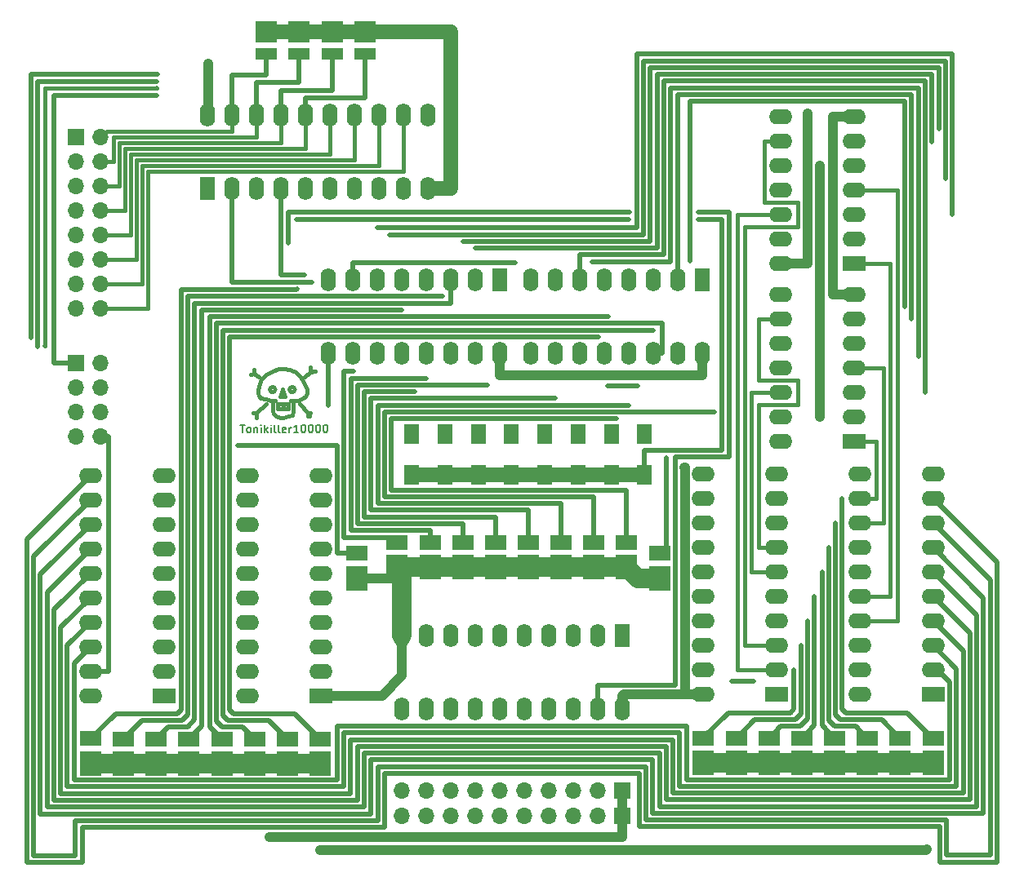
<source format=gbr>
%TF.GenerationSoftware,KiCad,Pcbnew,(6.0.5)*%
%TF.CreationDate,2023-06-09T01:00:48+03:00*%
%TF.ProjectId,Processor-ALU,50726f63-6573-4736-9f72-2d414c552e6b,rev?*%
%TF.SameCoordinates,Original*%
%TF.FileFunction,Copper,L1,Top*%
%TF.FilePolarity,Positive*%
%FSLAX46Y46*%
G04 Gerber Fmt 4.6, Leading zero omitted, Abs format (unit mm)*
G04 Created by KiCad (PCBNEW (6.0.5)) date 2023-06-09 01:00:48*
%MOMM*%
%LPD*%
G01*
G04 APERTURE LIST*
%ADD10C,0.200000*%
%TA.AperFunction,NonConductor*%
%ADD11C,0.200000*%
%TD*%
%TA.AperFunction,EtchedComponent*%
%ADD12C,0.381000*%
%TD*%
%TA.AperFunction,ComponentPad*%
%ADD13R,1.600000X2.400000*%
%TD*%
%TA.AperFunction,ComponentPad*%
%ADD14O,1.600000X2.400000*%
%TD*%
%TA.AperFunction,SMDPad,CuDef*%
%ADD15R,2.200000X2.500000*%
%TD*%
%TA.AperFunction,SMDPad,CuDef*%
%ADD16R,2.200000X1.550000*%
%TD*%
%TA.AperFunction,ComponentPad*%
%ADD17R,2.400000X1.600000*%
%TD*%
%TA.AperFunction,ComponentPad*%
%ADD18O,2.400000X1.600000*%
%TD*%
%TA.AperFunction,ComponentPad*%
%ADD19R,1.700000X1.700000*%
%TD*%
%TA.AperFunction,ComponentPad*%
%ADD20O,1.700000X1.700000*%
%TD*%
%TA.AperFunction,SMDPad,CuDef*%
%ADD21R,1.550000X2.000000*%
%TD*%
%TA.AperFunction,SMDPad,CuDef*%
%ADD22R,2.200000X2.200000*%
%TD*%
%TA.AperFunction,SMDPad,CuDef*%
%ADD23R,2.200000X1.250000*%
%TD*%
%TA.AperFunction,ViaPad*%
%ADD24C,0.500000*%
%TD*%
%TA.AperFunction,ViaPad*%
%ADD25C,0.800000*%
%TD*%
%TA.AperFunction,Conductor*%
%ADD26C,1.000000*%
%TD*%
%TA.AperFunction,Conductor*%
%ADD27C,2.000000*%
%TD*%
%TA.AperFunction,Conductor*%
%ADD28C,1.500000*%
%TD*%
%TA.AperFunction,Conductor*%
%ADD29C,0.500000*%
%TD*%
%TA.AperFunction,Conductor*%
%ADD30C,0.400000*%
%TD*%
%TA.AperFunction,Conductor*%
%ADD31C,0.450000*%
%TD*%
G04 APERTURE END LIST*
D10*
D11*
X100928571Y-91011904D02*
X101385714Y-91011904D01*
X101157142Y-91811904D02*
X101157142Y-91011904D01*
X101766666Y-91811904D02*
X101690476Y-91773809D01*
X101652380Y-91735714D01*
X101614285Y-91659523D01*
X101614285Y-91430952D01*
X101652380Y-91354761D01*
X101690476Y-91316666D01*
X101766666Y-91278571D01*
X101880952Y-91278571D01*
X101957142Y-91316666D01*
X101995238Y-91354761D01*
X102033333Y-91430952D01*
X102033333Y-91659523D01*
X101995238Y-91735714D01*
X101957142Y-91773809D01*
X101880952Y-91811904D01*
X101766666Y-91811904D01*
X102376190Y-91278571D02*
X102376190Y-91811904D01*
X102376190Y-91354761D02*
X102414285Y-91316666D01*
X102490476Y-91278571D01*
X102604761Y-91278571D01*
X102680952Y-91316666D01*
X102719047Y-91392857D01*
X102719047Y-91811904D01*
X103100000Y-91811904D02*
X103100000Y-91278571D01*
X103100000Y-91011904D02*
X103061904Y-91050000D01*
X103100000Y-91088095D01*
X103138095Y-91050000D01*
X103100000Y-91011904D01*
X103100000Y-91088095D01*
X103480952Y-91811904D02*
X103480952Y-91011904D01*
X103557142Y-91507142D02*
X103785714Y-91811904D01*
X103785714Y-91278571D02*
X103480952Y-91583333D01*
X104128571Y-91811904D02*
X104128571Y-91278571D01*
X104128571Y-91011904D02*
X104090476Y-91050000D01*
X104128571Y-91088095D01*
X104166666Y-91050000D01*
X104128571Y-91011904D01*
X104128571Y-91088095D01*
X104623809Y-91811904D02*
X104547619Y-91773809D01*
X104509523Y-91697619D01*
X104509523Y-91011904D01*
X105042857Y-91811904D02*
X104966666Y-91773809D01*
X104928571Y-91697619D01*
X104928571Y-91011904D01*
X105652380Y-91773809D02*
X105576190Y-91811904D01*
X105423809Y-91811904D01*
X105347619Y-91773809D01*
X105309523Y-91697619D01*
X105309523Y-91392857D01*
X105347619Y-91316666D01*
X105423809Y-91278571D01*
X105576190Y-91278571D01*
X105652380Y-91316666D01*
X105690476Y-91392857D01*
X105690476Y-91469047D01*
X105309523Y-91545238D01*
X106033333Y-91811904D02*
X106033333Y-91278571D01*
X106033333Y-91430952D02*
X106071428Y-91354761D01*
X106109523Y-91316666D01*
X106185714Y-91278571D01*
X106261904Y-91278571D01*
X106947619Y-91811904D02*
X106490476Y-91811904D01*
X106719047Y-91811904D02*
X106719047Y-91011904D01*
X106642857Y-91126190D01*
X106566666Y-91202380D01*
X106490476Y-91240476D01*
X107442857Y-91011904D02*
X107519047Y-91011904D01*
X107595238Y-91050000D01*
X107633333Y-91088095D01*
X107671428Y-91164285D01*
X107709523Y-91316666D01*
X107709523Y-91507142D01*
X107671428Y-91659523D01*
X107633333Y-91735714D01*
X107595238Y-91773809D01*
X107519047Y-91811904D01*
X107442857Y-91811904D01*
X107366666Y-91773809D01*
X107328571Y-91735714D01*
X107290476Y-91659523D01*
X107252380Y-91507142D01*
X107252380Y-91316666D01*
X107290476Y-91164285D01*
X107328571Y-91088095D01*
X107366666Y-91050000D01*
X107442857Y-91011904D01*
X108204761Y-91011904D02*
X108280952Y-91011904D01*
X108357142Y-91050000D01*
X108395238Y-91088095D01*
X108433333Y-91164285D01*
X108471428Y-91316666D01*
X108471428Y-91507142D01*
X108433333Y-91659523D01*
X108395238Y-91735714D01*
X108357142Y-91773809D01*
X108280952Y-91811904D01*
X108204761Y-91811904D01*
X108128571Y-91773809D01*
X108090476Y-91735714D01*
X108052380Y-91659523D01*
X108014285Y-91507142D01*
X108014285Y-91316666D01*
X108052380Y-91164285D01*
X108090476Y-91088095D01*
X108128571Y-91050000D01*
X108204761Y-91011904D01*
X108966666Y-91011904D02*
X109042857Y-91011904D01*
X109119047Y-91050000D01*
X109157142Y-91088095D01*
X109195238Y-91164285D01*
X109233333Y-91316666D01*
X109233333Y-91507142D01*
X109195238Y-91659523D01*
X109157142Y-91735714D01*
X109119047Y-91773809D01*
X109042857Y-91811904D01*
X108966666Y-91811904D01*
X108890476Y-91773809D01*
X108852380Y-91735714D01*
X108814285Y-91659523D01*
X108776190Y-91507142D01*
X108776190Y-91316666D01*
X108814285Y-91164285D01*
X108852380Y-91088095D01*
X108890476Y-91050000D01*
X108966666Y-91011904D01*
X109728571Y-91011904D02*
X109804761Y-91011904D01*
X109880952Y-91050000D01*
X109919047Y-91088095D01*
X109957142Y-91164285D01*
X109995238Y-91316666D01*
X109995238Y-91507142D01*
X109957142Y-91659523D01*
X109919047Y-91735714D01*
X109880952Y-91773809D01*
X109804761Y-91811904D01*
X109728571Y-91811904D01*
X109652380Y-91773809D01*
X109614285Y-91735714D01*
X109576190Y-91659523D01*
X109538095Y-91507142D01*
X109538095Y-91316666D01*
X109576190Y-91164285D01*
X109614285Y-91088095D01*
X109652380Y-91050000D01*
X109728571Y-91011904D01*
D12*
%TO.C,REF\u002A\u002A*%
X107967000Y-89782000D02*
X108221000Y-89782000D01*
X108221000Y-85591000D02*
X108729000Y-85464000D01*
X107713000Y-88131000D02*
X107459000Y-88258000D01*
X107459000Y-86480000D02*
X107713000Y-86988000D01*
X106697000Y-85591000D02*
X107205000Y-86099000D01*
X106062000Y-85337000D02*
X106697000Y-85591000D01*
X107967000Y-89782000D02*
X107967000Y-90163000D01*
X106443000Y-88512000D02*
X106443000Y-89274000D01*
X106443000Y-89655000D02*
X106316000Y-90036000D01*
X107459000Y-88258000D02*
X106951000Y-88512000D01*
X105935000Y-90163000D02*
X105427000Y-90290000D01*
X105046000Y-88131000D02*
X105300000Y-87369000D01*
X105935000Y-89401000D02*
X104792000Y-89401000D01*
X102887000Y-86988000D02*
X103141000Y-86353000D01*
X106316000Y-90036000D02*
X105935000Y-90163000D01*
X106570000Y-88512000D02*
X106189000Y-88512000D01*
X106951000Y-88512000D02*
X106570000Y-88512000D01*
X105554000Y-88131000D02*
X105046000Y-88131000D01*
X104411000Y-89909000D02*
X104665000Y-90163000D01*
X104284000Y-89274000D02*
X104284000Y-88512000D01*
X102379000Y-85718000D02*
X101998000Y-85845000D01*
X105427000Y-85210000D02*
X106062000Y-85337000D01*
X104157000Y-88512000D02*
X104538000Y-88512000D01*
X104792000Y-89401000D02*
X104792000Y-88893000D01*
X104665000Y-90163000D02*
X105046000Y-90290000D01*
X104792000Y-88893000D02*
X105935000Y-88893000D01*
X102633000Y-89782000D02*
X102633000Y-90290000D01*
X104284000Y-85464000D02*
X104919000Y-85210000D01*
X102887000Y-86099000D02*
X102379000Y-85718000D01*
X105300000Y-87369000D02*
X105554000Y-88131000D01*
X102760000Y-87750000D02*
X102887000Y-88004000D01*
X102760000Y-87750000D02*
X102760000Y-87496000D01*
X105427000Y-90290000D02*
X105046000Y-90290000D01*
X104284000Y-89655000D02*
X104411000Y-89909000D01*
X105935000Y-88893000D02*
X105935000Y-89401000D01*
X107713000Y-86988000D02*
X107840000Y-87369000D01*
X107205000Y-86099000D02*
X107459000Y-86480000D01*
X102887000Y-88004000D02*
X103014000Y-88258000D01*
X103649000Y-85845000D02*
X104284000Y-85464000D01*
X107078000Y-88893000D02*
X107967000Y-89782000D01*
X104284000Y-89655000D02*
X104284000Y-89274000D01*
X107840000Y-87750000D02*
X107713000Y-88131000D01*
X106443000Y-89274000D02*
X106443000Y-89655000D01*
X103141000Y-86353000D02*
X103649000Y-85845000D01*
X104919000Y-85210000D02*
X105427000Y-85210000D01*
X107840000Y-87369000D02*
X107840000Y-87750000D01*
X105427000Y-89020000D02*
X105427000Y-89274000D01*
X102379000Y-85718000D02*
X102379000Y-85337000D01*
X103649000Y-88893000D02*
X102633000Y-89782000D01*
X102633000Y-89782000D02*
X102252000Y-89782000D01*
X107967000Y-90163000D02*
X108094000Y-90163000D01*
X103522000Y-88385000D02*
X104157000Y-88512000D01*
X108221000Y-85591000D02*
X108221000Y-85083000D01*
X102760000Y-87496000D02*
X102887000Y-86988000D01*
X107586000Y-86099000D02*
X108221000Y-85591000D01*
X103014000Y-88258000D02*
X103522000Y-88385000D01*
X106599981Y-87369000D02*
G75*
G03*
X106599981Y-87369000I-283981J0D01*
G01*
X104567981Y-87369000D02*
G75*
G03*
X104567981Y-87369000I-283981J0D01*
G01*
%TD*%
D13*
%TO.P,U6,1,A->B*%
%TO.N,VCC*%
X140525000Y-112875000D03*
D14*
%TO.P,U6,2,A0*%
%TO.N,/E0*%
X137985000Y-112875000D03*
%TO.P,U6,3,A1*%
%TO.N,/E1*%
X135445000Y-112875000D03*
%TO.P,U6,4,A2*%
%TO.N,/E2*%
X132905000Y-112875000D03*
%TO.P,U6,5,A3*%
%TO.N,/E3*%
X130365000Y-112875000D03*
%TO.P,U6,6,A4*%
%TO.N,/E4*%
X127825000Y-112875000D03*
%TO.P,U6,7,A5*%
%TO.N,/E5*%
X125285000Y-112875000D03*
%TO.P,U6,8,A6*%
%TO.N,/E6*%
X122745000Y-112875000D03*
%TO.P,U6,9,A7*%
%TO.N,Sign Flag IN*%
X120205000Y-112875000D03*
%TO.P,U6,10,GND*%
%TO.N,Earth*%
X117665000Y-112875000D03*
%TO.P,U6,11,B7*%
%TO.N,/D7*%
X117665000Y-120495000D03*
%TO.P,U6,12,B6*%
%TO.N,/D6*%
X120205000Y-120495000D03*
%TO.P,U6,13,B5*%
%TO.N,/D5*%
X122745000Y-120495000D03*
%TO.P,U6,14,B4*%
%TO.N,/D4*%
X125285000Y-120495000D03*
%TO.P,U6,15,B3*%
%TO.N,/D3*%
X127825000Y-120495000D03*
%TO.P,U6,16,B2*%
%TO.N,/D2*%
X130365000Y-120495000D03*
%TO.P,U6,17,B1*%
%TO.N,/D1*%
X132905000Y-120495000D03*
%TO.P,U6,18,B0*%
%TO.N,/D0*%
X135445000Y-120495000D03*
%TO.P,U6,19,~{CE*%
%TO.N,ALU OUT*%
X137985000Y-120495000D03*
%TO.P,U6,20,VCC*%
%TO.N,VCC*%
X140525000Y-120495000D03*
%TD*%
D15*
%TO.P,D46,1,K*%
%TO.N,Earth*%
X162554290Y-126108228D03*
D16*
%TO.P,D46,2,A*%
%TO.N,/B3*%
X162554290Y-123533228D03*
%TD*%
D17*
%TO.P,U7,1*%
%TO.N,/B4*%
X164625000Y-74325000D03*
D18*
%TO.P,U7,2*%
%TO.N,SUB*%
X164625000Y-71785000D03*
%TO.P,U7,3*%
%TO.N,Net-(U7-Pad3)*%
X164625000Y-69245000D03*
%TO.P,U7,4*%
%TO.N,/B5*%
X164625000Y-66705000D03*
%TO.P,U7,5*%
%TO.N,SUB*%
X164625000Y-64165000D03*
%TO.P,U7,6*%
%TO.N,Net-(U7-Pad6)*%
X164625000Y-61625000D03*
%TO.P,U7,7,GND*%
%TO.N,Earth*%
X164625000Y-59085000D03*
%TO.P,U7,8*%
%TO.N,Net-(U7-Pad8)*%
X157005000Y-59085000D03*
%TO.P,U7,9*%
%TO.N,/B6*%
X157005000Y-61625000D03*
%TO.P,U7,10*%
%TO.N,SUB*%
X157005000Y-64165000D03*
%TO.P,U7,11*%
%TO.N,Net-(U7-Pad11)*%
X157005000Y-66705000D03*
%TO.P,U7,12*%
%TO.N,/B7*%
X157005000Y-69245000D03*
%TO.P,U7,13*%
%TO.N,SUB*%
X157005000Y-71785000D03*
%TO.P,U7,14,VCC*%
%TO.N,VCC*%
X157005000Y-74325000D03*
%TD*%
D17*
%TO.P,U3,1,~{OE*%
%TO.N,Earth*%
X109265000Y-119125000D03*
D18*
%TO.P,U3,2,D0*%
%TO.N,/D7*%
X109265000Y-116585000D03*
%TO.P,U3,3,D1*%
%TO.N,/D6*%
X109265000Y-114045000D03*
%TO.P,U3,4,D2*%
%TO.N,/D5*%
X109265000Y-111505000D03*
%TO.P,U3,5,D3*%
%TO.N,/D4*%
X109265000Y-108965000D03*
%TO.P,U3,6,D4*%
%TO.N,/D3*%
X109265000Y-106425000D03*
%TO.P,U3,7,D5*%
%TO.N,/D2*%
X109265000Y-103885000D03*
%TO.P,U3,8,D6*%
%TO.N,/D1*%
X109265000Y-101345000D03*
%TO.P,U3,9,D7*%
%TO.N,/D0*%
X109265000Y-98805000D03*
%TO.P,U3,10,GND*%
%TO.N,Earth*%
X109265000Y-96265000D03*
%TO.P,U3,11,Cp*%
%TO.N,A IN*%
X101645000Y-96265000D03*
%TO.P,U3,12,O7*%
%TO.N,/A0*%
X101645000Y-98805000D03*
%TO.P,U3,13,O6*%
%TO.N,/A1*%
X101645000Y-101345000D03*
%TO.P,U3,14,O5*%
%TO.N,/A2*%
X101645000Y-103885000D03*
%TO.P,U3,15,O4*%
%TO.N,/A3*%
X101645000Y-106425000D03*
%TO.P,U3,16,O3*%
%TO.N,/A4*%
X101645000Y-108965000D03*
%TO.P,U3,17,O2*%
%TO.N,/A5*%
X101645000Y-111505000D03*
%TO.P,U3,18,O1*%
%TO.N,/A6*%
X101645000Y-114045000D03*
%TO.P,U3,19,O0*%
%TO.N,/A7*%
X101645000Y-116585000D03*
%TO.P,U3,20,VCC*%
%TO.N,VCC*%
X101645000Y-119125000D03*
%TD*%
D15*
%TO.P,D38,1,K*%
%TO.N,Earth*%
X127400000Y-105800000D03*
D16*
%TO.P,D38,2,A*%
%TO.N,/E4*%
X127400000Y-103225000D03*
%TD*%
D19*
%TO.P,P1,1*%
%TO.N,Flag Reg In*%
X83900000Y-84595000D03*
D20*
%TO.P,P1,2*%
%TO.N,SUB*%
X86440000Y-84595000D03*
%TO.P,P1,3*%
%TO.N,CARRY IN*%
X83900000Y-87135000D03*
%TO.P,P1,4*%
%TO.N,ALU OUT*%
X86440000Y-87135000D03*
%TO.P,P1,5*%
%TO.N,B IN*%
X83900000Y-89675000D03*
%TO.P,P1,6*%
%TO.N,B OUT*%
X86440000Y-89675000D03*
%TO.P,P1,7*%
%TO.N,A IN*%
X83900000Y-92215000D03*
%TO.P,P1,8*%
%TO.N,A OUT*%
X86440000Y-92215000D03*
%TD*%
D21*
%TO.P,D16,1,A*%
%TO.N,Sign Flag IN*%
X118700000Y-92000000D03*
%TO.P,D16,2,K*%
%TO.N,ZERO FLAG IN*%
X118700000Y-96200000D03*
%TD*%
%TO.P,D29,1,A*%
%TO.N,/E2*%
X135950000Y-92000000D03*
%TO.P,D29,2,K*%
%TO.N,ZERO FLAG IN*%
X135950000Y-96200000D03*
%TD*%
%TO.P,D30,1,A*%
%TO.N,/E3*%
X132500000Y-92000000D03*
%TO.P,D30,2,K*%
%TO.N,ZERO FLAG IN*%
X132500000Y-96200000D03*
%TD*%
D15*
%TO.P,D12,1,K*%
%TO.N,Earth*%
X92220000Y-126185000D03*
D16*
%TO.P,D12,2,A*%
%TO.N,/A5*%
X92220000Y-123610000D03*
%TD*%
D15*
%TO.P,D15,1,K*%
%TO.N,Earth*%
X102420000Y-126185000D03*
D16*
%TO.P,D15,2,A*%
%TO.N,/A2*%
X102420000Y-123610000D03*
%TD*%
D13*
%TO.P,U2,1,~{OE*%
%TO.N,Earth*%
X97525000Y-66475000D03*
D14*
%TO.P,U2,2,D0*%
%TO.N,CARRY FLAG IN*%
X100065000Y-66475000D03*
%TO.P,U2,3,D1*%
%TO.N,ZERO FLAG IN*%
X102605000Y-66475000D03*
%TO.P,U2,4,D2*%
%TO.N,Sign Flag IN*%
X105145000Y-66475000D03*
%TO.P,U2,5,D3*%
%TO.N,XF IN*%
X107685000Y-66475000D03*
%TO.P,U2,6,D4*%
%TO.N,unconnected-(U2-Pad6)*%
X110225000Y-66475000D03*
%TO.P,U2,7,D5*%
%TO.N,unconnected-(U2-Pad7)*%
X112765000Y-66475000D03*
%TO.P,U2,8,D6*%
%TO.N,unconnected-(U2-Pad8)*%
X115305000Y-66475000D03*
%TO.P,U2,9,D7*%
%TO.N,unconnected-(U2-Pad9)*%
X117845000Y-66475000D03*
%TO.P,U2,10,GND*%
%TO.N,Earth*%
X120385000Y-66475000D03*
%TO.P,U2,11,Cp*%
%TO.N,Flag Reg In*%
X120385000Y-58855000D03*
%TO.P,U2,12,O7*%
%TO.N,unconnected-(U2-Pad12)*%
X117845000Y-58855000D03*
%TO.P,U2,13,O6*%
%TO.N,unconnected-(U2-Pad13)*%
X115305000Y-58855000D03*
%TO.P,U2,14,O5*%
%TO.N,unconnected-(U2-Pad14)*%
X112765000Y-58855000D03*
%TO.P,U2,15,O4*%
%TO.N,unconnected-(U2-Pad15)*%
X110225000Y-58855000D03*
%TO.P,U2,16,O3*%
%TO.N,XF*%
X107685000Y-58855000D03*
%TO.P,U2,17,O2*%
%TO.N,SIGN FLAG*%
X105145000Y-58855000D03*
%TO.P,U2,18,O1*%
%TO.N,ZERO FLAG*%
X102605000Y-58855000D03*
%TO.P,U2,19,O0*%
%TO.N,CARRY FLAG*%
X100065000Y-58855000D03*
%TO.P,U2,20,VCC*%
%TO.N,VCC*%
X97525000Y-58855000D03*
%TD*%
D19*
%TO.P,P4,1*%
%TO.N,CARRY FLAG IN*%
X83925000Y-61170000D03*
D20*
%TO.P,P4,2*%
%TO.N,CARRY FLAG*%
X86465000Y-61170000D03*
%TO.P,P4,3*%
%TO.N,ZERO FLAG IN*%
X83925000Y-63710000D03*
%TO.P,P4,4*%
%TO.N,ZERO FLAG*%
X86465000Y-63710000D03*
%TO.P,P4,5*%
%TO.N,Sign Flag IN*%
X83925000Y-66250000D03*
%TO.P,P4,6*%
%TO.N,SIGN FLAG*%
X86465000Y-66250000D03*
%TO.P,P4,7*%
%TO.N,XF IN*%
X83925000Y-68790000D03*
%TO.P,P4,8*%
%TO.N,XF*%
X86465000Y-68790000D03*
%TO.P,P4,9*%
%TO.N,unconnected-(U2-Pad6)*%
X83925000Y-71330000D03*
%TO.P,P4,10*%
%TO.N,unconnected-(U2-Pad15)*%
X86465000Y-71330000D03*
%TO.P,P4,11*%
%TO.N,unconnected-(U2-Pad7)*%
X83925000Y-73870000D03*
%TO.P,P4,12*%
%TO.N,unconnected-(U2-Pad14)*%
X86465000Y-73870000D03*
%TO.P,P4,13*%
%TO.N,unconnected-(U2-Pad8)*%
X83925000Y-76410000D03*
%TO.P,P4,14*%
%TO.N,unconnected-(U2-Pad13)*%
X86465000Y-76410000D03*
%TO.P,P4,15*%
%TO.N,unconnected-(U2-Pad9)*%
X83925000Y-78950000D03*
%TO.P,P4,16*%
%TO.N,unconnected-(U2-Pad12)*%
X86465000Y-78950000D03*
%TD*%
D15*
%TO.P,D49,1,K*%
%TO.N,Earth*%
X172754290Y-126108228D03*
D16*
%TO.P,D49,2,A*%
%TO.N,/B0*%
X172754290Y-123533228D03*
%TD*%
D17*
%TO.P,U1,1,A->B*%
%TO.N,VCC*%
X93025000Y-119125000D03*
D18*
%TO.P,U1,2,A0*%
%TO.N,/A7*%
X93025000Y-116585000D03*
%TO.P,U1,3,A1*%
%TO.N,/A6*%
X93025000Y-114045000D03*
%TO.P,U1,4,A2*%
%TO.N,/A5*%
X93025000Y-111505000D03*
%TO.P,U1,5,A3*%
%TO.N,/A4*%
X93025000Y-108965000D03*
%TO.P,U1,6,A4*%
%TO.N,/A3*%
X93025000Y-106425000D03*
%TO.P,U1,7,A5*%
%TO.N,/A2*%
X93025000Y-103885000D03*
%TO.P,U1,8,A6*%
%TO.N,/A1*%
X93025000Y-101345000D03*
%TO.P,U1,9,A7*%
%TO.N,/A0*%
X93025000Y-98805000D03*
%TO.P,U1,10,GND*%
%TO.N,Earth*%
X93025000Y-96265000D03*
%TO.P,U1,11,B7*%
%TO.N,/D0*%
X85405000Y-96265000D03*
%TO.P,U1,12,B6*%
%TO.N,/D1*%
X85405000Y-98805000D03*
%TO.P,U1,13,B5*%
%TO.N,/D2*%
X85405000Y-101345000D03*
%TO.P,U1,14,B4*%
%TO.N,/D3*%
X85405000Y-103885000D03*
%TO.P,U1,15,B3*%
%TO.N,/D4*%
X85405000Y-106425000D03*
%TO.P,U1,16,B2*%
%TO.N,/D5*%
X85405000Y-108965000D03*
%TO.P,U1,17,B1*%
%TO.N,/D6*%
X85405000Y-111505000D03*
%TO.P,U1,18,B0*%
%TO.N,/D7*%
X85405000Y-114045000D03*
%TO.P,U1,19,~{CE*%
%TO.N,A OUT*%
X85405000Y-116585000D03*
%TO.P,U1,20,VCC*%
%TO.N,VCC*%
X85405000Y-119125000D03*
%TD*%
D15*
%TO.P,D45,1,K*%
%TO.N,Earth*%
X159154290Y-126108228D03*
D16*
%TO.P,D45,2,A*%
%TO.N,/B4*%
X159154290Y-123533228D03*
%TD*%
D15*
%TO.P,D13,1,K*%
%TO.N,Earth*%
X95620000Y-126185000D03*
D16*
%TO.P,D13,2,A*%
%TO.N,/A4*%
X95620000Y-123610000D03*
%TD*%
D15*
%TO.P,D43,1,K*%
%TO.N,Earth*%
X152354290Y-126108228D03*
D16*
%TO.P,D43,2,A*%
%TO.N,/B6*%
X152354290Y-123533228D03*
%TD*%
D15*
%TO.P,D48,1,K*%
%TO.N,Earth*%
X169354290Y-126108228D03*
D16*
%TO.P,D48,2,A*%
%TO.N,/B1*%
X169354290Y-123533228D03*
%TD*%
D15*
%TO.P,D36,1,K*%
%TO.N,Earth*%
X134200000Y-105800000D03*
D16*
%TO.P,D36,2,A*%
%TO.N,/E2*%
X134200000Y-103225000D03*
%TD*%
D15*
%TO.P,D37,1,K*%
%TO.N,Earth*%
X130800000Y-105800000D03*
D16*
%TO.P,D37,2,A*%
%TO.N,/E3*%
X130800000Y-103225000D03*
%TD*%
D15*
%TO.P,D40,1,K*%
%TO.N,Earth*%
X120600000Y-105800000D03*
D16*
%TO.P,D40,2,A*%
%TO.N,/E6*%
X120600000Y-103225000D03*
%TD*%
D21*
%TO.P,D31,1,A*%
%TO.N,/E4*%
X129050000Y-92000000D03*
%TO.P,D31,2,K*%
%TO.N,ZERO FLAG IN*%
X129050000Y-96200000D03*
%TD*%
D15*
%TO.P,D11,1,K*%
%TO.N,Earth*%
X88820000Y-126185000D03*
D16*
%TO.P,D11,2,A*%
%TO.N,/A6*%
X88820000Y-123610000D03*
%TD*%
D21*
%TO.P,D28,1,A*%
%TO.N,/E1*%
X139400000Y-92000000D03*
%TO.P,D28,2,K*%
%TO.N,ZERO FLAG IN*%
X139400000Y-96200000D03*
%TD*%
D17*
%TO.P,U10,1,A->B*%
%TO.N,VCC*%
X156575000Y-119025000D03*
D18*
%TO.P,U10,2,A0*%
%TO.N,/B7*%
X156575000Y-116485000D03*
%TO.P,U10,3,A1*%
%TO.N,/B6*%
X156575000Y-113945000D03*
%TO.P,U10,4,A2*%
%TO.N,/B5*%
X156575000Y-111405000D03*
%TO.P,U10,5,A3*%
%TO.N,/B4*%
X156575000Y-108865000D03*
%TO.P,U10,6,A4*%
%TO.N,/B3*%
X156575000Y-106325000D03*
%TO.P,U10,7,A5*%
%TO.N,/B2*%
X156575000Y-103785000D03*
%TO.P,U10,8,A6*%
%TO.N,/B1*%
X156575000Y-101245000D03*
%TO.P,U10,9,A7*%
%TO.N,/B0*%
X156575000Y-98705000D03*
%TO.P,U10,10,GND*%
%TO.N,Earth*%
X156575000Y-96165000D03*
%TO.P,U10,11,B7*%
%TO.N,/D0*%
X148955000Y-96165000D03*
%TO.P,U10,12,B6*%
%TO.N,/D1*%
X148955000Y-98705000D03*
%TO.P,U10,13,B5*%
%TO.N,/D2*%
X148955000Y-101245000D03*
%TO.P,U10,14,B4*%
%TO.N,/D3*%
X148955000Y-103785000D03*
%TO.P,U10,15,B3*%
%TO.N,/D4*%
X148955000Y-106325000D03*
%TO.P,U10,16,B2*%
%TO.N,/D5*%
X148955000Y-108865000D03*
%TO.P,U10,17,B1*%
%TO.N,/D6*%
X148955000Y-111405000D03*
%TO.P,U10,18,B0*%
%TO.N,/D7*%
X148955000Y-113945000D03*
%TO.P,U10,19,~{CE*%
%TO.N,B OUT*%
X148955000Y-116485000D03*
%TO.P,U10,20,VCC*%
%TO.N,VCC*%
X148955000Y-119025000D03*
%TD*%
D22*
%TO.P,D2,1,K*%
%TO.N,Earth*%
X103650000Y-50225000D03*
D23*
%TO.P,D2,2,A*%
%TO.N,CARRY FLAG*%
X103650000Y-52500000D03*
%TD*%
D22*
%TO.P,D5,1,K*%
%TO.N,Earth*%
X113850000Y-50225000D03*
D23*
%TO.P,D5,2,A*%
%TO.N,XF*%
X113850000Y-52500000D03*
%TD*%
D17*
%TO.P,U9,1,~{OE*%
%TO.N,Earth*%
X172815000Y-119025000D03*
D18*
%TO.P,U9,2,D0*%
%TO.N,/D7*%
X172815000Y-116485000D03*
%TO.P,U9,3,D1*%
%TO.N,/D6*%
X172815000Y-113945000D03*
%TO.P,U9,4,D2*%
%TO.N,/D5*%
X172815000Y-111405000D03*
%TO.P,U9,5,D3*%
%TO.N,/D4*%
X172815000Y-108865000D03*
%TO.P,U9,6,D4*%
%TO.N,/D3*%
X172815000Y-106325000D03*
%TO.P,U9,7,D5*%
%TO.N,/D2*%
X172815000Y-103785000D03*
%TO.P,U9,8,D6*%
%TO.N,/D1*%
X172815000Y-101245000D03*
%TO.P,U9,9,D7*%
%TO.N,/D0*%
X172815000Y-98705000D03*
%TO.P,U9,10,GND*%
%TO.N,Earth*%
X172815000Y-96165000D03*
%TO.P,U9,11,Cp*%
%TO.N,B IN*%
X165195000Y-96165000D03*
%TO.P,U9,12,O7*%
%TO.N,/B0*%
X165195000Y-98705000D03*
%TO.P,U9,13,O6*%
%TO.N,/B1*%
X165195000Y-101245000D03*
%TO.P,U9,14,O5*%
%TO.N,/B2*%
X165195000Y-103785000D03*
%TO.P,U9,15,O4*%
%TO.N,/B3*%
X165195000Y-106325000D03*
%TO.P,U9,16,O3*%
%TO.N,/B4*%
X165195000Y-108865000D03*
%TO.P,U9,17,O2*%
%TO.N,/B5*%
X165195000Y-111405000D03*
%TO.P,U9,18,O1*%
%TO.N,/B6*%
X165195000Y-113945000D03*
%TO.P,U9,19,O0*%
%TO.N,/B7*%
X165195000Y-116485000D03*
%TO.P,U9,20,VCC*%
%TO.N,VCC*%
X165195000Y-119025000D03*
%TD*%
D15*
%TO.P,D44,1,K*%
%TO.N,Earth*%
X155754290Y-126108228D03*
D16*
%TO.P,D44,2,A*%
%TO.N,/B5*%
X155754290Y-123533228D03*
%TD*%
D22*
%TO.P,D4,1,K*%
%TO.N,Earth*%
X110450000Y-50225000D03*
D23*
%TO.P,D4,2,A*%
%TO.N,SIGN FLAG*%
X110450000Y-52500000D03*
%TD*%
D13*
%TO.P,U8,1,S2*%
%TO.N,/E5*%
X127875000Y-75975000D03*
D14*
%TO.P,U8,2,B2*%
%TO.N,Net-(U7-Pad6)*%
X125335000Y-75975000D03*
%TO.P,U8,3,A2*%
%TO.N,/A5*%
X122795000Y-75975000D03*
%TO.P,U8,4,S1*%
%TO.N,/E4*%
X120255000Y-75975000D03*
%TO.P,U8,5,A1*%
%TO.N,/A4*%
X117715000Y-75975000D03*
%TO.P,U8,6,B1*%
%TO.N,Net-(U7-Pad3)*%
X115175000Y-75975000D03*
%TO.P,U8,7,C0*%
%TO.N,Net-(U5-Pad9)*%
X112635000Y-75975000D03*
%TO.P,U8,8,GND*%
%TO.N,Earth*%
X110095000Y-75975000D03*
%TO.P,U8,9,C4*%
%TO.N,CARRY FLAG IN*%
X110095000Y-83595000D03*
%TO.P,U8,10,S4*%
%TO.N,Sign Flag IN*%
X112635000Y-83595000D03*
%TO.P,U8,11,B4*%
%TO.N,Net-(U7-Pad11)*%
X115175000Y-83595000D03*
%TO.P,U8,12,A4*%
%TO.N,/A7*%
X117715000Y-83595000D03*
%TO.P,U8,13,S3*%
%TO.N,/E6*%
X120255000Y-83595000D03*
%TO.P,U8,14,A3*%
%TO.N,/A6*%
X122795000Y-83595000D03*
%TO.P,U8,15,B3*%
%TO.N,Net-(U7-Pad8)*%
X125335000Y-83595000D03*
%TO.P,U8,16,VCC*%
%TO.N,VCC*%
X127875000Y-83595000D03*
%TD*%
D19*
%TO.P,P3,1*%
%TO.N,VCC*%
X140530000Y-131575000D03*
D20*
%TO.P,P3,2*%
%TO.N,Earth*%
X137990000Y-131575000D03*
%TO.P,P3,3*%
%TO.N,/D0*%
X135450000Y-131575000D03*
%TO.P,P3,4*%
%TO.N,/D1*%
X132910000Y-131575000D03*
%TO.P,P3,5*%
%TO.N,/D2*%
X130370000Y-131575000D03*
%TO.P,P3,6*%
%TO.N,/D3*%
X127830000Y-131575000D03*
%TO.P,P3,7*%
%TO.N,/D4*%
X125290000Y-131575000D03*
%TO.P,P3,8*%
%TO.N,/D5*%
X122750000Y-131575000D03*
%TO.P,P3,9*%
%TO.N,/D6*%
X120210000Y-131575000D03*
%TO.P,P3,10*%
%TO.N,/D7*%
X117670000Y-131575000D03*
%TD*%
D21*
%TO.P,D33,1,A*%
%TO.N,/E6*%
X122150000Y-92000000D03*
%TO.P,D33,2,K*%
%TO.N,ZERO FLAG IN*%
X122150000Y-96200000D03*
%TD*%
D15*
%TO.P,D14,1,K*%
%TO.N,Earth*%
X99020000Y-126185000D03*
D16*
%TO.P,D14,2,A*%
%TO.N,/A3*%
X99020000Y-123610000D03*
%TD*%
D15*
%TO.P,D10,1,K*%
%TO.N,Earth*%
X85416062Y-126176456D03*
D16*
%TO.P,D10,2,A*%
%TO.N,/A7*%
X85416062Y-123601456D03*
%TD*%
D15*
%TO.P,D1,1,K*%
%TO.N,Earth*%
X113050000Y-106950000D03*
D16*
%TO.P,D1,2,A*%
%TO.N,CARRY IN*%
X113050000Y-104375000D03*
%TD*%
D17*
%TO.P,U4,1*%
%TO.N,/B0*%
X164625000Y-92775000D03*
D18*
%TO.P,U4,2*%
%TO.N,SUB*%
X164625000Y-90235000D03*
%TO.P,U4,3*%
%TO.N,Net-(U4-Pad3)*%
X164625000Y-87695000D03*
%TO.P,U4,4*%
%TO.N,/B1*%
X164625000Y-85155000D03*
%TO.P,U4,5*%
%TO.N,SUB*%
X164625000Y-82615000D03*
%TO.P,U4,6*%
%TO.N,Net-(U4-Pad6)*%
X164625000Y-80075000D03*
%TO.P,U4,7,GND*%
%TO.N,Earth*%
X164625000Y-77535000D03*
%TO.P,U4,8*%
%TO.N,Net-(U4-Pad8)*%
X157005000Y-77535000D03*
%TO.P,U4,9*%
%TO.N,/B2*%
X157005000Y-80075000D03*
%TO.P,U4,10*%
%TO.N,SUB*%
X157005000Y-82615000D03*
%TO.P,U4,11*%
%TO.N,Net-(U4-Pad11)*%
X157005000Y-85155000D03*
%TO.P,U4,12*%
%TO.N,/B3*%
X157005000Y-87695000D03*
%TO.P,U4,13*%
%TO.N,SUB*%
X157005000Y-90235000D03*
%TO.P,U4,14,VCC*%
%TO.N,VCC*%
X157005000Y-92775000D03*
%TD*%
D15*
%TO.P,D39,1,K*%
%TO.N,Earth*%
X124000000Y-105800000D03*
D16*
%TO.P,D39,2,A*%
%TO.N,/E5*%
X124000000Y-103225000D03*
%TD*%
D15*
%TO.P,D6,1,K*%
%TO.N,Earth*%
X144400000Y-106950000D03*
D16*
%TO.P,D6,2,A*%
%TO.N,CARRY FLAG IN*%
X144400000Y-104375000D03*
%TD*%
D22*
%TO.P,D3,1,K*%
%TO.N,Earth*%
X107050000Y-50225000D03*
D23*
%TO.P,D3,2,A*%
%TO.N,ZERO FLAG*%
X107050000Y-52500000D03*
%TD*%
D21*
%TO.P,D32,1,A*%
%TO.N,/E5*%
X125600000Y-92000000D03*
%TO.P,D32,2,K*%
%TO.N,ZERO FLAG IN*%
X125600000Y-96200000D03*
%TD*%
D19*
%TO.P,P2,1*%
%TO.N,VCC*%
X140530000Y-129025000D03*
D20*
%TO.P,P2,2*%
%TO.N,Earth*%
X137990000Y-129025000D03*
%TO.P,P2,3*%
%TO.N,/D0*%
X135450000Y-129025000D03*
%TO.P,P2,4*%
%TO.N,/D1*%
X132910000Y-129025000D03*
%TO.P,P2,5*%
%TO.N,/D2*%
X130370000Y-129025000D03*
%TO.P,P2,6*%
%TO.N,/D3*%
X127830000Y-129025000D03*
%TO.P,P2,7*%
%TO.N,/D4*%
X125290000Y-129025000D03*
%TO.P,P2,8*%
%TO.N,/D5*%
X122750000Y-129025000D03*
%TO.P,P2,9*%
%TO.N,/D6*%
X120210000Y-129025000D03*
%TO.P,P2,10*%
%TO.N,/D7*%
X117670000Y-129025000D03*
%TD*%
D15*
%TO.P,D42,1,K*%
%TO.N,Earth*%
X148954290Y-126108228D03*
D16*
%TO.P,D42,2,A*%
%TO.N,/B7*%
X148954290Y-123533228D03*
%TD*%
D15*
%TO.P,D34,1,K*%
%TO.N,Earth*%
X141000000Y-105800000D03*
D16*
%TO.P,D34,2,A*%
%TO.N,/E0*%
X141000000Y-103225000D03*
%TD*%
D15*
%TO.P,D41,1,K*%
%TO.N,Earth*%
X117200000Y-105800000D03*
D16*
%TO.P,D41,2,A*%
%TO.N,Sign Flag IN*%
X117200000Y-103225000D03*
%TD*%
D15*
%TO.P,D35,1,K*%
%TO.N,Earth*%
X137600000Y-105800000D03*
D16*
%TO.P,D35,2,A*%
%TO.N,/E1*%
X137600000Y-103225000D03*
%TD*%
D21*
%TO.P,D27,1,A*%
%TO.N,/E0*%
X142850000Y-92000000D03*
%TO.P,D27,2,K*%
%TO.N,ZERO FLAG IN*%
X142850000Y-96200000D03*
%TD*%
D15*
%TO.P,D18,1,K*%
%TO.N,Earth*%
X109220000Y-126185000D03*
D16*
%TO.P,D18,2,A*%
%TO.N,/A0*%
X109220000Y-123610000D03*
%TD*%
D13*
%TO.P,U5,1,S2*%
%TO.N,/E1*%
X148825000Y-75975000D03*
D14*
%TO.P,U5,2,B2*%
%TO.N,Net-(U4-Pad6)*%
X146285000Y-75975000D03*
%TO.P,U5,3,A2*%
%TO.N,/A1*%
X143745000Y-75975000D03*
%TO.P,U5,4,S1*%
%TO.N,/E0*%
X141205000Y-75975000D03*
%TO.P,U5,5,A1*%
%TO.N,/A0*%
X138665000Y-75975000D03*
%TO.P,U5,6,B1*%
%TO.N,Net-(U4-Pad3)*%
X136125000Y-75975000D03*
%TO.P,U5,7,C0*%
%TO.N,CARRY IN*%
X133585000Y-75975000D03*
%TO.P,U5,8,GND*%
%TO.N,Earth*%
X131045000Y-75975000D03*
%TO.P,U5,9,C4*%
%TO.N,Net-(U5-Pad9)*%
X131045000Y-83595000D03*
%TO.P,U5,10,S4*%
%TO.N,/E3*%
X133585000Y-83595000D03*
%TO.P,U5,11,B4*%
%TO.N,Net-(U4-Pad11)*%
X136125000Y-83595000D03*
%TO.P,U5,12,A4*%
%TO.N,/A3*%
X138665000Y-83595000D03*
%TO.P,U5,13,S3*%
%TO.N,/E2*%
X141205000Y-83595000D03*
%TO.P,U5,14,A3*%
%TO.N,/A2*%
X143745000Y-83595000D03*
%TO.P,U5,15,B3*%
%TO.N,Net-(U4-Pad8)*%
X146285000Y-83595000D03*
%TO.P,U5,16,VCC*%
%TO.N,VCC*%
X148825000Y-83595000D03*
%TD*%
D15*
%TO.P,D47,1,K*%
%TO.N,Earth*%
X165954290Y-126108228D03*
D16*
%TO.P,D47,2,A*%
%TO.N,/B2*%
X165954290Y-123533228D03*
%TD*%
D15*
%TO.P,D17,1,K*%
%TO.N,Earth*%
X105820000Y-126185000D03*
D16*
%TO.P,D17,2,A*%
%TO.N,/A1*%
X105820000Y-123610000D03*
%TD*%
D24*
%TO.N,VCC*%
X147000000Y-95450000D03*
X97600000Y-53550000D03*
X159750000Y-58750000D03*
X147100000Y-85900000D03*
D25*
X104000000Y-133800000D03*
%TO.N,Earth*%
X109250000Y-135150000D03*
X172754290Y-126108228D03*
X172100000Y-135100000D03*
X109220000Y-126185000D03*
X138000000Y-135150000D03*
D24*
%TO.N,SUB*%
X161050000Y-90200000D03*
X161050000Y-71785000D03*
X161050000Y-82615000D03*
X92350000Y-54650000D03*
X79200000Y-82000000D03*
X161050000Y-64165000D03*
%TO.N,Net-(U5-Pad9)*%
X129475000Y-74225000D03*
%TO.N,CARRY IN*%
X106950000Y-93200000D03*
X100650000Y-93200000D03*
%TO.N,Net-(U4-Pad11)*%
X137400000Y-74100000D03*
X171250000Y-83900000D03*
%TO.N,Net-(U4-Pad8)*%
X169850000Y-78800000D03*
X147550000Y-74000000D03*
%TO.N,Net-(U4-Pad6)*%
X170525000Y-80075000D03*
%TO.N,B IN*%
X154200000Y-117650000D03*
X79900000Y-82900000D03*
X92300000Y-55400000D03*
X151850000Y-117650000D03*
%TO.N,Net-(U4-Pad3)*%
X171950000Y-87700000D03*
%TO.N,ALU OUT*%
X148450000Y-68950000D03*
X141300000Y-68950000D03*
X105950000Y-72200000D03*
%TO.N,Flag Reg In*%
X92250000Y-56850000D03*
%TO.N,B OUT*%
X92300000Y-56100000D03*
X80650000Y-82850000D03*
%TO.N,/A7*%
X106800000Y-76950000D03*
X94800000Y-116585000D03*
%TO.N,/A6*%
X121950000Y-77700000D03*
X95500000Y-114050000D03*
%TO.N,/A5*%
X96200000Y-111505000D03*
%TO.N,/A4*%
X117700000Y-79100000D03*
X96900000Y-108965000D03*
%TO.N,/A3*%
X97750000Y-106425000D03*
X139100000Y-79800000D03*
%TO.N,/A2*%
X98450000Y-103885000D03*
%TO.N,/A1*%
X143750000Y-81200000D03*
X99150000Y-101345000D03*
%TO.N,ZERO FLAG IN*%
X106750000Y-69700000D03*
X148400000Y-69700000D03*
X141250000Y-69700000D03*
%TO.N,/A0*%
X99850000Y-98800000D03*
X138100000Y-81900000D03*
%TO.N,CARRY FLAG IN*%
X108400000Y-76250000D03*
X139000000Y-87000000D03*
X110100000Y-89000000D03*
X142150000Y-87000000D03*
X145150000Y-94450000D03*
%TO.N,Sign Flag IN*%
X112650000Y-85500000D03*
X107600000Y-75500000D03*
X117150000Y-103200000D03*
X118700000Y-92000000D03*
%TO.N,Net-(U7-Pad3)*%
X115175000Y-70600000D03*
X174750000Y-69250000D03*
%TO.N,/E0*%
X141000000Y-103200000D03*
X142850000Y-92000000D03*
X139950000Y-90400000D03*
%TO.N,/E1*%
X137600000Y-103250000D03*
X139400000Y-92000000D03*
X150100000Y-89700000D03*
%TO.N,/E2*%
X134200000Y-103250000D03*
X141200000Y-89000000D03*
X135950000Y-92000000D03*
%TO.N,/E3*%
X130800000Y-103250000D03*
X133600000Y-88300000D03*
X132500000Y-92000000D03*
%TO.N,/E4*%
X119000000Y-87600000D03*
X127400000Y-103250000D03*
X129050000Y-92000000D03*
%TO.N,/E5*%
X125600000Y-92000000D03*
X123950000Y-103300000D03*
X126600000Y-86900000D03*
%TO.N,/E6*%
X122150000Y-92000000D03*
X120600000Y-103250000D03*
X120250000Y-86200000D03*
%TO.N,/B0*%
X163355000Y-98705000D03*
%TO.N,/B1*%
X162650000Y-101245000D03*
%TO.N,/B2*%
X161950000Y-103785000D03*
%TO.N,/B3*%
X161250000Y-106325000D03*
%TO.N,/B4*%
X160450000Y-108865000D03*
%TO.N,/B5*%
X159745000Y-111405000D03*
%TO.N,/B6*%
X159045000Y-113945000D03*
%TO.N,/B7*%
X158335000Y-116485000D03*
%TO.N,/D7*%
X110985000Y-127900000D03*
X117700000Y-122300000D03*
X147195000Y-127835000D03*
%TO.N,/D6*%
X111685000Y-128600000D03*
X146495000Y-128535000D03*
X120250000Y-123000000D03*
%TO.N,/D5*%
X145795000Y-129235000D03*
X122750000Y-123700000D03*
X112385000Y-129300000D03*
%TO.N,/D4*%
X125300000Y-124400000D03*
X145095000Y-129935000D03*
X113085000Y-130000000D03*
%TO.N,/D3*%
X113785000Y-130700000D03*
X144395000Y-130635000D03*
X127850000Y-125100000D03*
%TO.N,/D2*%
X130400000Y-125800000D03*
X114485000Y-131400000D03*
X143695000Y-131335000D03*
%TO.N,/D1*%
X132900000Y-126500000D03*
X115185000Y-132100000D03*
X142995000Y-132035000D03*
%TO.N,/D0*%
X115885000Y-132800000D03*
X142295000Y-132735000D03*
X135450000Y-127200000D03*
%TO.N,Net-(U7-Pad6)*%
X125300000Y-72700000D03*
X172650000Y-61650000D03*
%TO.N,Net-(U7-Pad8)*%
X124050000Y-72000000D03*
X173350000Y-60350000D03*
%TO.N,Net-(U7-Pad11)*%
X116450000Y-71300000D03*
X174050000Y-65450000D03*
%TD*%
D26*
%TO.N,VCC*%
X159750000Y-74325000D02*
X159750000Y-67550000D01*
X157005000Y-74325000D02*
X159750000Y-74325000D01*
X148825000Y-85900000D02*
X148825000Y-83595000D01*
X147100000Y-85900000D02*
X148825000Y-85900000D01*
X127875000Y-85900000D02*
X147100000Y-85900000D01*
X147025000Y-119025000D02*
X140675000Y-119025000D01*
X140550000Y-133800000D02*
X104000000Y-133800000D01*
X147025000Y-95475000D02*
X147025000Y-119025000D01*
X140525000Y-119175000D02*
X140525000Y-120495000D01*
X140530000Y-129025000D02*
X140530000Y-133780000D01*
X127875000Y-83595000D02*
X127875000Y-85900000D01*
X140530000Y-133780000D02*
X140550000Y-133800000D01*
X159750000Y-67550000D02*
X159750000Y-58750000D01*
X97600000Y-53550000D02*
X97600000Y-58855000D01*
X97600000Y-58855000D02*
X97525000Y-58855000D01*
X140675000Y-119025000D02*
X140525000Y-119175000D01*
X148955000Y-119025000D02*
X147025000Y-119025000D01*
X147000000Y-95450000D02*
X147025000Y-95475000D01*
D27*
%TO.N,Earth*%
X85416062Y-126176456D02*
X109211456Y-126176456D01*
X141000000Y-105800000D02*
X117200000Y-105800000D01*
D26*
X113050000Y-106950000D02*
X117630000Y-106950000D01*
X162400000Y-59085000D02*
X164625000Y-59085000D01*
X138000000Y-135150000D02*
X109250000Y-135150000D01*
D27*
X109211456Y-126176456D02*
X109220000Y-126185000D01*
X117665000Y-109235000D02*
X117665000Y-112875000D01*
D28*
X103650000Y-50225000D02*
X113850000Y-50225000D01*
D26*
X117665000Y-117085000D02*
X117665000Y-112875000D01*
X172100000Y-135100000D02*
X172050000Y-135150000D01*
X164625000Y-77535000D02*
X162400000Y-77535000D01*
D27*
X117665000Y-105800000D02*
X117665000Y-106915000D01*
X142150000Y-106950000D02*
X144400000Y-106950000D01*
D28*
X113850000Y-50225000D02*
X122800000Y-50225000D01*
D27*
X141000000Y-105800000D02*
X142150000Y-106950000D01*
D28*
X122800000Y-50225000D02*
X122800000Y-66475000D01*
D26*
X117630000Y-106950000D02*
X117665000Y-106915000D01*
X109265000Y-119125000D02*
X115625000Y-119125000D01*
D28*
X122800000Y-66475000D02*
X120385000Y-66475000D01*
D26*
X172050000Y-135150000D02*
X138000000Y-135150000D01*
D27*
X117665000Y-106915000D02*
X117665000Y-109235000D01*
X148954290Y-126108228D02*
X172754290Y-126108228D01*
X117200000Y-105800000D02*
X117665000Y-105800000D01*
D26*
X115625000Y-119125000D02*
X117665000Y-117085000D01*
X162400000Y-77535000D02*
X162400000Y-59085000D01*
D29*
%TO.N,A OUT*%
X87300000Y-92220000D02*
X86445000Y-92220000D01*
X87300000Y-116585000D02*
X87300000Y-92220000D01*
X86445000Y-92220000D02*
X86440000Y-92215000D01*
X85405000Y-116585000D02*
X87300000Y-116585000D01*
%TO.N,SUB*%
X79200000Y-82000000D02*
X79200000Y-54650000D01*
D26*
X161050000Y-90200000D02*
X161050000Y-64165000D01*
D29*
X79200000Y-54650000D02*
X92350000Y-54650000D01*
%TO.N,Net-(U5-Pad9)*%
X129475000Y-74225000D02*
X112635000Y-74225000D01*
X112635000Y-74225000D02*
X112635000Y-75975000D01*
%TO.N,CARRY IN*%
X106950000Y-93200000D02*
X100650000Y-93200000D01*
X111000000Y-104375000D02*
X113050000Y-104375000D01*
X111000000Y-93200000D02*
X111000000Y-104375000D01*
X111000000Y-93200000D02*
X106950000Y-93200000D01*
%TO.N,Net-(U4-Pad11)*%
X145550000Y-74100000D02*
X145550000Y-56050000D01*
X137400000Y-74100000D02*
X145550000Y-74100000D01*
X145550000Y-56050000D02*
X171250000Y-56050000D01*
X171250000Y-56050000D02*
X171250000Y-83900000D01*
%TO.N,Net-(U4-Pad8)*%
X169850000Y-57950000D02*
X169850000Y-57550000D01*
X169850000Y-57450000D02*
X169850000Y-57950000D01*
X147550000Y-74000000D02*
X147550000Y-57450000D01*
X147550000Y-57450000D02*
X169850000Y-57450000D01*
X169850000Y-57950000D02*
X169850000Y-78800000D01*
%TO.N,Net-(U4-Pad6)*%
X170550000Y-56750000D02*
X170550000Y-80075000D01*
X170550000Y-80075000D02*
X170525000Y-80075000D01*
X146285000Y-75975000D02*
X146285000Y-56750000D01*
X146285000Y-56750000D02*
X170550000Y-56750000D01*
%TO.N,B IN*%
X154200000Y-117650000D02*
X151850000Y-117650000D01*
X79900000Y-82900000D02*
X79900000Y-55400000D01*
X79900000Y-55400000D02*
X92300000Y-55400000D01*
%TO.N,Net-(U4-Pad3)*%
X171950000Y-55350000D02*
X171950000Y-71100000D01*
X144850000Y-73400000D02*
X144850000Y-55350000D01*
X144850000Y-55350000D02*
X171950000Y-55350000D01*
X136125000Y-73400000D02*
X144850000Y-73400000D01*
X136125000Y-75975000D02*
X136125000Y-73400000D01*
X171950000Y-87700000D02*
X171950000Y-71087500D01*
%TO.N,ALU OUT*%
X151600000Y-94350000D02*
X151600000Y-68950000D01*
X137985000Y-118050000D02*
X146050000Y-118050000D01*
X137985000Y-120495000D02*
X137985000Y-118050000D01*
X146050000Y-118050000D02*
X146050000Y-94350000D01*
X146050000Y-94350000D02*
X151600000Y-94350000D01*
X141300000Y-68950000D02*
X105950000Y-68950000D01*
X151600000Y-68950000D02*
X148450000Y-68950000D01*
X105950000Y-68950000D02*
X105950000Y-72200000D01*
%TO.N,Flag Reg In*%
X81600000Y-84595000D02*
X83900000Y-84595000D01*
X92250000Y-56850000D02*
X81600000Y-56850000D01*
X81600000Y-56850000D02*
X81600000Y-84595000D01*
D30*
%TO.N,B OUT*%
X80650000Y-56100000D02*
X92300000Y-56100000D01*
X80650000Y-82850000D02*
X80650000Y-56100000D01*
D29*
%TO.N,XF*%
X107685000Y-57100000D02*
X113850000Y-57100000D01*
D30*
X107685000Y-62350000D02*
X88950000Y-62350000D01*
X88950000Y-68790000D02*
X86465000Y-68790000D01*
X107685000Y-58855000D02*
X107685000Y-62350000D01*
D29*
X107685000Y-58855000D02*
X107685000Y-57100000D01*
X113850000Y-57100000D02*
X113850000Y-52500000D01*
D30*
X88950000Y-62350000D02*
X88950000Y-68790000D01*
D29*
%TO.N,SIGN FLAG*%
X110450000Y-56300000D02*
X110450000Y-52500000D01*
D30*
X105145000Y-61750000D02*
X88350000Y-61750000D01*
D29*
X105145000Y-56300000D02*
X110450000Y-56300000D01*
D30*
X105145000Y-58855000D02*
X105145000Y-61750000D01*
X88350000Y-61750000D02*
X88350000Y-66250000D01*
X88350000Y-66250000D02*
X86465000Y-66250000D01*
D29*
X105145000Y-58855000D02*
X105145000Y-56300000D01*
D30*
%TO.N,CARRY FLAG*%
X87100000Y-60550000D02*
X86450000Y-61200000D01*
X100065000Y-58855000D02*
X100065000Y-60550000D01*
D29*
X100065000Y-54700000D02*
X103650000Y-54700000D01*
X100065000Y-58855000D02*
X100065000Y-54700000D01*
D30*
X100065000Y-60550000D02*
X87100000Y-60550000D01*
D29*
X103650000Y-54700000D02*
X103650000Y-52500000D01*
%TO.N,ZERO FLAG*%
X102605000Y-55500000D02*
X107050000Y-55500000D01*
X102605000Y-58855000D02*
X102605000Y-55500000D01*
D30*
X87750000Y-63710000D02*
X87750000Y-61150000D01*
X102605000Y-61150000D02*
X87750000Y-61150000D01*
X102605000Y-58855000D02*
X102605000Y-61150000D01*
X87750000Y-63710000D02*
X86465000Y-63710000D01*
D29*
X107050000Y-55500000D02*
X107050000Y-52500000D01*
%TO.N,/A7*%
X94800000Y-120605000D02*
X94420000Y-120985000D01*
X94800000Y-116585000D02*
X94800000Y-120605000D01*
X106800000Y-76950000D02*
X106750000Y-77000000D01*
X94800000Y-77000000D02*
X94800000Y-116585000D01*
X94420000Y-120985000D02*
X88032518Y-120985000D01*
X106750000Y-77000000D02*
X94800000Y-77000000D01*
X88032518Y-120985000D02*
X85416062Y-123601456D01*
%TO.N,/A6*%
X90745000Y-121685000D02*
X88820000Y-123610000D01*
X95500000Y-121105000D02*
X94920000Y-121685000D01*
X94920000Y-121685000D02*
X90745000Y-121685000D01*
X95500000Y-114050000D02*
X95500000Y-77700000D01*
X95500000Y-77700000D02*
X117150000Y-77700000D01*
X95500000Y-114050000D02*
X95500000Y-121105000D01*
X117150000Y-77700000D02*
X121950000Y-77700000D01*
%TO.N,/A5*%
X96200000Y-78400000D02*
X122795000Y-78400000D01*
X96200000Y-111505000D02*
X96200000Y-121655000D01*
X95470000Y-122385000D02*
X93445000Y-122385000D01*
X122795000Y-78400000D02*
X122795000Y-75975000D01*
X93445000Y-122385000D02*
X92220000Y-123610000D01*
X96200000Y-121655000D02*
X95470000Y-122385000D01*
X96200000Y-111505000D02*
X96200000Y-78400000D01*
%TO.N,/A4*%
X96900000Y-79100000D02*
X117700000Y-79100000D01*
X96900000Y-108965000D02*
X96900000Y-122330000D01*
X96900000Y-122330000D02*
X95620000Y-123610000D01*
X96900000Y-108965000D02*
X96900000Y-79100000D01*
%TO.N,/A3*%
X97750000Y-79800000D02*
X139100000Y-79800000D01*
X97750000Y-106425000D02*
X97750000Y-79800000D01*
X97750000Y-122340000D02*
X99020000Y-123610000D01*
X97750000Y-106425000D02*
X97750000Y-122340000D01*
%TO.N,/A2*%
X144650000Y-83595000D02*
X143745000Y-83595000D01*
X98450000Y-80500000D02*
X144650000Y-80500000D01*
X144650000Y-80500000D02*
X144650000Y-83595000D01*
X101195000Y-122385000D02*
X102420000Y-123610000D01*
X98450000Y-103885000D02*
X98450000Y-121765000D01*
X99070000Y-122385000D02*
X101195000Y-122385000D01*
X98450000Y-121765000D02*
X99070000Y-122385000D01*
X98450000Y-103885000D02*
X98450000Y-80500000D01*
%TO.N,/A1*%
X99150000Y-121215000D02*
X99620000Y-121685000D01*
X99150000Y-101345000D02*
X99150000Y-121215000D01*
X99150000Y-81200000D02*
X99150000Y-101345000D01*
X143750000Y-81200000D02*
X99150000Y-81200000D01*
X99620000Y-121685000D02*
X103895000Y-121685000D01*
X103895000Y-121685000D02*
X105820000Y-123610000D01*
%TO.N,ZERO FLAG IN*%
X150900000Y-69700000D02*
X148400000Y-69700000D01*
D28*
X118700000Y-96200000D02*
X142850000Y-96200000D01*
D29*
X142850000Y-93650000D02*
X150900000Y-93650000D01*
X142850000Y-96200000D02*
X142850000Y-93650000D01*
X141250000Y-69700000D02*
X106750000Y-69700000D01*
X150900000Y-93650000D02*
X150900000Y-69700000D01*
D30*
%TO.N,unconnected-(U2-Pad12)*%
X91350000Y-64750000D02*
X91350000Y-78950000D01*
X117845000Y-58855000D02*
X117845000Y-64750000D01*
X91350000Y-78950000D02*
X86465000Y-78950000D01*
X117845000Y-64750000D02*
X91350000Y-64750000D01*
D29*
%TO.N,/A0*%
X100220000Y-120985000D02*
X106595000Y-120985000D01*
X138100000Y-81900000D02*
X99850000Y-81900000D01*
X106595000Y-120985000D02*
X109220000Y-123610000D01*
X99850000Y-98800000D02*
X99850000Y-120615000D01*
X99850000Y-120615000D02*
X100220000Y-120985000D01*
X99850000Y-81900000D02*
X99850000Y-98800000D01*
%TO.N,CARRY FLAG IN*%
X110100000Y-83595000D02*
X110095000Y-83595000D01*
X108400000Y-76250000D02*
X100065000Y-76250000D01*
X145150000Y-104375000D02*
X145150000Y-94450000D01*
X144400000Y-104375000D02*
X145150000Y-104375000D01*
X142150000Y-87000000D02*
X139000000Y-87000000D01*
X110100000Y-89000000D02*
X110100000Y-83595000D01*
X100065000Y-76250000D02*
X100065000Y-66475000D01*
%TO.N,Sign Flag IN*%
X107600000Y-75500000D02*
X105145000Y-75500000D01*
X111700000Y-102700000D02*
X117200000Y-102700000D01*
X117200000Y-102700000D02*
X117200000Y-103225000D01*
X111700000Y-85500000D02*
X112650000Y-85500000D01*
X111700000Y-102700000D02*
X111700000Y-85500000D01*
X105145000Y-75500000D02*
X105145000Y-66475000D01*
D30*
%TO.N,unconnected-(U2-Pad13)*%
X115305000Y-64150000D02*
X90750000Y-64150000D01*
X115305000Y-58855000D02*
X115305000Y-64150000D01*
X90750000Y-64150000D02*
X90750000Y-76410000D01*
X90750000Y-76410000D02*
X86465000Y-76410000D01*
%TO.N,unconnected-(U2-Pad14)*%
X112765000Y-58855000D02*
X112765000Y-63550000D01*
X90150000Y-73870000D02*
X86465000Y-73870000D01*
X90150000Y-63550000D02*
X90150000Y-73870000D01*
X112765000Y-63550000D02*
X90150000Y-63550000D01*
%TO.N,unconnected-(U2-Pad15)*%
X110225000Y-58855000D02*
X110225000Y-62950000D01*
X89550000Y-62950000D02*
X89550000Y-71330000D01*
X89550000Y-71330000D02*
X86465000Y-71330000D01*
X110225000Y-62950000D02*
X89550000Y-62950000D01*
D29*
%TO.N,Net-(U7-Pad3)*%
X174750000Y-52550000D02*
X174750000Y-61050000D01*
X174750000Y-60927500D02*
X174750000Y-69250000D01*
X142050000Y-70600000D02*
X142050000Y-52550000D01*
X142050000Y-52550000D02*
X174750000Y-52550000D01*
X115175000Y-70600000D02*
X142050000Y-70600000D01*
%TO.N,/E0*%
X116600000Y-97800000D02*
X116600000Y-90400000D01*
X116600000Y-90400000D02*
X121150000Y-90400000D01*
X121075000Y-90400000D02*
X139950000Y-90400000D01*
X141000000Y-103225000D02*
X141000000Y-97800000D01*
X141000000Y-97800000D02*
X116600000Y-97800000D01*
%TO.N,/E1*%
X137600000Y-98500000D02*
X137600000Y-103250000D01*
X150100000Y-89700000D02*
X115900000Y-89700000D01*
X115900000Y-98500000D02*
X137600000Y-98500000D01*
X115900000Y-89700000D02*
X115900000Y-98500000D01*
%TO.N,/E2*%
X115200000Y-99200000D02*
X115200000Y-89000000D01*
X115200000Y-99200000D02*
X134200000Y-99200000D01*
X119975000Y-89000000D02*
X141200000Y-89000000D01*
X134200000Y-99200000D02*
X134200000Y-103225000D01*
X115200000Y-89000000D02*
X120100000Y-89000000D01*
%TO.N,/E3*%
X130800000Y-99900000D02*
X130800000Y-103225000D01*
X114500000Y-99900000D02*
X130800000Y-99900000D01*
X133600000Y-88300000D02*
X114500000Y-88300000D01*
X114500000Y-88300000D02*
X114500000Y-99900000D01*
%TO.N,/E4*%
X113800000Y-87600000D02*
X119000000Y-87600000D01*
X127400000Y-100600000D02*
X127400000Y-103225000D01*
X113800000Y-100600000D02*
X127400000Y-100600000D01*
X113800000Y-100600000D02*
X113800000Y-87600000D01*
%TO.N,/E5*%
X124000000Y-101300000D02*
X124000000Y-103225000D01*
X113100000Y-101300000D02*
X124000000Y-101300000D01*
X113100000Y-86900000D02*
X119900000Y-86900000D01*
X113100000Y-101300000D02*
X113100000Y-86900000D01*
X119725000Y-86900000D02*
X126600000Y-86900000D01*
%TO.N,/E6*%
X112400000Y-102000000D02*
X112400000Y-86200000D01*
X119975000Y-86200000D02*
X120250000Y-86200000D01*
X120600000Y-102000000D02*
X120600000Y-103225000D01*
X112400000Y-86200000D02*
X120000000Y-86200000D01*
X112400000Y-102000000D02*
X120600000Y-102000000D01*
D31*
%TO.N,/B0*%
X166900000Y-98705000D02*
X166900000Y-92775000D01*
D29*
X170125000Y-120900000D02*
X163750000Y-120900000D01*
X163750000Y-120900000D02*
X163355000Y-120505000D01*
D31*
X166900000Y-92775000D02*
X164625000Y-92775000D01*
X165195000Y-98705000D02*
X166900000Y-98705000D01*
D29*
X172750000Y-123525000D02*
X170125000Y-120900000D01*
X163355000Y-120505000D02*
X163355000Y-98705000D01*
D31*
%TO.N,/B1*%
X167600000Y-85155000D02*
X164625000Y-85155000D01*
X165195000Y-101245000D02*
X167600000Y-101245000D01*
D29*
X163150000Y-121600000D02*
X167425000Y-121600000D01*
X167425000Y-121600000D02*
X169350000Y-123525000D01*
X162650000Y-121100000D02*
X163150000Y-121600000D01*
X162650000Y-101245000D02*
X162650000Y-121100000D01*
D31*
X167600000Y-101245000D02*
X167600000Y-85155000D01*
%TO.N,/B2*%
X156575000Y-103785000D02*
X154650000Y-103785000D01*
X154650000Y-88950000D02*
X158700000Y-88950000D01*
X154650000Y-103785000D02*
X154650000Y-88950000D01*
D29*
X161950000Y-103785000D02*
X161950000Y-121700000D01*
D31*
X158700000Y-88950000D02*
X158700000Y-86400000D01*
D29*
X164721062Y-122300000D02*
X165954290Y-123533228D01*
D31*
X154650000Y-86400000D02*
X154650000Y-80075000D01*
D29*
X161950000Y-121700000D02*
X162550000Y-122300000D01*
D31*
X154650000Y-80075000D02*
X157005000Y-80075000D01*
X158700000Y-86400000D02*
X154650000Y-86400000D01*
D29*
X162550000Y-122300000D02*
X164721062Y-122300000D01*
%TO.N,/B3*%
X161250000Y-106325000D02*
X161245000Y-106330000D01*
D31*
X153950000Y-87695000D02*
X157005000Y-87695000D01*
D29*
X161245000Y-106330000D02*
X161245000Y-122220000D01*
D31*
X156575000Y-106325000D02*
X153950000Y-106325000D01*
D29*
X161245000Y-122220000D02*
X162550000Y-123525000D01*
D31*
X153950000Y-106325000D02*
X153950000Y-87695000D01*
D29*
%TO.N,/B4*%
X160450000Y-122225000D02*
X159150000Y-123525000D01*
D31*
X168300000Y-108865000D02*
X168300000Y-74325000D01*
X168300000Y-74325000D02*
X164625000Y-74325000D01*
X165195000Y-108865000D02*
X168300000Y-108865000D01*
D29*
X160450000Y-108865000D02*
X160450000Y-122225000D01*
D31*
%TO.N,/B5*%
X165195000Y-111405000D02*
X169050000Y-111405000D01*
X169050000Y-66705000D02*
X164625000Y-66705000D01*
D29*
X155750000Y-123525000D02*
X156975000Y-122300000D01*
X159745000Y-121555000D02*
X159745000Y-111405000D01*
X159000000Y-122300000D02*
X159745000Y-121555000D01*
X156975000Y-122300000D02*
X159000000Y-122300000D01*
D31*
X169050000Y-111405000D02*
X169050000Y-66705000D01*
%TO.N,/B6*%
X153200000Y-113945000D02*
X153200000Y-70500000D01*
D29*
X154275000Y-121600000D02*
X158450000Y-121600000D01*
D31*
X158700000Y-70500000D02*
X158700000Y-67950000D01*
X153200000Y-70500000D02*
X158700000Y-70500000D01*
X158700000Y-67950000D02*
X155250000Y-67950000D01*
D29*
X152350000Y-123525000D02*
X154275000Y-121600000D01*
D31*
X156575000Y-113945000D02*
X153200000Y-113945000D01*
X155250000Y-61625000D02*
X157005000Y-61625000D01*
D29*
X158450000Y-121600000D02*
X159045000Y-121005000D01*
D31*
X155250000Y-67950000D02*
X155250000Y-61625000D01*
D29*
X159045000Y-121005000D02*
X159045000Y-113945000D01*
%TO.N,/B7*%
X148946062Y-123516456D02*
X151562518Y-120900000D01*
D31*
X152450000Y-69245000D02*
X157005000Y-69245000D01*
D29*
X151562518Y-120900000D02*
X157950000Y-120900000D01*
D31*
X156575000Y-116485000D02*
X152450000Y-116485000D01*
X152450000Y-116485000D02*
X152450000Y-69245000D01*
D29*
X158340000Y-116485000D02*
X158335000Y-116485000D01*
X157950000Y-120900000D02*
X158340000Y-120510000D01*
X158340000Y-120510000D02*
X158340000Y-116485000D01*
%TO.N,/D7*%
X117700000Y-122300000D02*
X147195000Y-122300000D01*
X83700000Y-127900000D02*
X110985000Y-127900000D01*
X83700000Y-115750000D02*
X83700000Y-127900000D01*
X174500000Y-117750000D02*
X174500000Y-127850000D01*
X117700000Y-122300000D02*
X110985000Y-122300000D01*
X147195000Y-122300000D02*
X147195000Y-127835000D01*
X172815000Y-116485000D02*
X173235000Y-116485000D01*
X174500000Y-127850000D02*
X147195000Y-127850000D01*
X147195000Y-127850000D02*
X147195000Y-127835000D01*
X173235000Y-116485000D02*
X174500000Y-117750000D01*
X85405000Y-114045000D02*
X83700000Y-115750000D01*
X110985000Y-122300000D02*
X110985000Y-127900000D01*
%TO.N,/D6*%
X111685000Y-123000000D02*
X120250000Y-123000000D01*
X146495000Y-128550000D02*
X146495000Y-128535000D01*
X175200000Y-128550000D02*
X146495000Y-128550000D01*
X83000000Y-113910000D02*
X83000000Y-128600000D01*
X83000000Y-128600000D02*
X111685000Y-128600000D01*
X120250000Y-123000000D02*
X146495000Y-123000000D01*
X175200000Y-116330000D02*
X175200000Y-128550000D01*
X85405000Y-111505000D02*
X83000000Y-113910000D01*
X172815000Y-113945000D02*
X175200000Y-116330000D01*
X111685000Y-128600000D02*
X111685000Y-123000000D01*
X146495000Y-123000000D02*
X146495000Y-128535000D01*
%TO.N,/D5*%
X175900000Y-114490000D02*
X175900000Y-129250000D01*
X122750000Y-123700000D02*
X112385000Y-123700000D01*
X145795000Y-129250000D02*
X145795000Y-129235000D01*
X82300000Y-112070000D02*
X82300000Y-129300000D01*
X85405000Y-108965000D02*
X82300000Y-112070000D01*
X82300000Y-129300000D02*
X112385000Y-129300000D01*
X175900000Y-129250000D02*
X145795000Y-129250000D01*
X112385000Y-123700000D02*
X112385000Y-129300000D01*
X172815000Y-111405000D02*
X175900000Y-114490000D01*
X145795000Y-123700000D02*
X122750000Y-123700000D01*
X145795000Y-129235000D02*
X145795000Y-123700000D01*
%TO.N,/D4*%
X145095000Y-124400000D02*
X145095000Y-129935000D01*
X145095000Y-129950000D02*
X145095000Y-129935000D01*
X176600000Y-112650000D02*
X176600000Y-129950000D01*
X81600000Y-130000000D02*
X113085000Y-130000000D01*
X81600000Y-110230000D02*
X81600000Y-130000000D01*
X125300000Y-124400000D02*
X145095000Y-124400000D01*
X172815000Y-108865000D02*
X176600000Y-112650000D01*
X176600000Y-129950000D02*
X145095000Y-129950000D01*
X85405000Y-106425000D02*
X81600000Y-110230000D01*
X113085000Y-124400000D02*
X113085000Y-130000000D01*
X125300000Y-124400000D02*
X113085000Y-124400000D01*
%TO.N,/D3*%
X172815000Y-106325000D02*
X177300000Y-110810000D01*
X113785000Y-125100000D02*
X113785000Y-130700000D01*
X127850000Y-125100000D02*
X144395000Y-125100000D01*
X80900000Y-108390000D02*
X80900000Y-130700000D01*
X127850000Y-125100000D02*
X113785000Y-125100000D01*
X80900000Y-130700000D02*
X113785000Y-130700000D01*
X177300000Y-130650000D02*
X144395000Y-130650000D01*
X144395000Y-125100000D02*
X144395000Y-130635000D01*
X177300000Y-110810000D02*
X177300000Y-130650000D01*
X85405000Y-103885000D02*
X80900000Y-108390000D01*
X144395000Y-130650000D02*
X144395000Y-130635000D01*
%TO.N,/D2*%
X80200000Y-131400000D02*
X114485000Y-131400000D01*
X143695000Y-131350000D02*
X143695000Y-131335000D01*
X85405000Y-101345000D02*
X80200000Y-106550000D01*
X172815000Y-103785000D02*
X178000000Y-108970000D01*
X130400000Y-125800000D02*
X114485000Y-125800000D01*
X130400000Y-125800000D02*
X143695000Y-125800000D01*
X178000000Y-108970000D02*
X178000000Y-131350000D01*
X114485000Y-125800000D02*
X114485000Y-131400000D01*
X178000000Y-131350000D02*
X143695000Y-131350000D01*
X143695000Y-125800000D02*
X143695000Y-131335000D01*
X80200000Y-106550000D02*
X80200000Y-131400000D01*
%TO.N,/D1*%
X85405000Y-98805000D02*
X79500000Y-104710000D01*
X79500000Y-104710000D02*
X79500000Y-135750000D01*
X83850000Y-132100000D02*
X115185000Y-132100000D01*
X142995000Y-132035000D02*
X142995000Y-132050000D01*
X83850000Y-135750000D02*
X83850000Y-132100000D01*
X132900000Y-126500000D02*
X115185000Y-126500000D01*
X142995000Y-132050000D02*
X174150000Y-132050000D01*
X174150000Y-135700000D02*
X178700000Y-135700000D01*
X178700000Y-107130000D02*
X172815000Y-101245000D01*
X79500000Y-135750000D02*
X83850000Y-135750000D01*
X174150000Y-132050000D02*
X174150000Y-135700000D01*
X178700000Y-135700000D02*
X178700000Y-107130000D01*
X142995000Y-126500000D02*
X142995000Y-132035000D01*
X115185000Y-126500000D02*
X115185000Y-132100000D01*
X132900000Y-126500000D02*
X142995000Y-126500000D01*
%TO.N,/D0*%
X172815000Y-98705000D02*
X179400000Y-105290000D01*
X173450000Y-136450000D02*
X173450000Y-132750000D01*
X179400000Y-105290000D02*
X179400000Y-136450000D01*
X142295000Y-127200000D02*
X142295000Y-132735000D01*
X179400000Y-136450000D02*
X173450000Y-136450000D01*
X135450000Y-127200000D02*
X142295000Y-127200000D01*
X84550000Y-132800000D02*
X115885000Y-132800000D01*
X173450000Y-132750000D02*
X142295000Y-132750000D01*
X115885000Y-127200000D02*
X135450000Y-127200000D01*
X142295000Y-132750000D02*
X142295000Y-132735000D01*
X78800000Y-102870000D02*
X78800000Y-136450000D01*
X115885000Y-132800000D02*
X115885000Y-127200000D01*
X84550000Y-136450000D02*
X84550000Y-132800000D01*
X78800000Y-136450000D02*
X84550000Y-136450000D01*
X85405000Y-96265000D02*
X78800000Y-102870000D01*
%TO.N,Net-(U7-Pad6)*%
X172650000Y-61650000D02*
X172650000Y-54650000D01*
X144150000Y-72700000D02*
X125300000Y-72700000D01*
X144150000Y-54650000D02*
X144150000Y-72700000D01*
X172650000Y-54650000D02*
X144150000Y-54650000D01*
%TO.N,Net-(U7-Pad8)*%
X173350000Y-53950000D02*
X143450000Y-53950000D01*
X143450000Y-53950000D02*
X143450000Y-72000000D01*
X173350000Y-60350000D02*
X173350000Y-53950000D01*
X143450000Y-72000000D02*
X124050000Y-72000000D01*
%TO.N,Net-(U7-Pad11)*%
X142750000Y-53250000D02*
X174050000Y-53250000D01*
X116450000Y-71300000D02*
X142750000Y-71300000D01*
X142750000Y-71300000D02*
X142750000Y-53250000D01*
X174050000Y-53250000D02*
X174050000Y-65450000D01*
%TD*%
M02*

</source>
